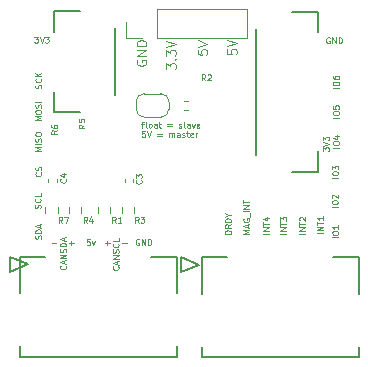
<source format=gbr>
%TF.GenerationSoftware,KiCad,Pcbnew,8.0.6-8.0.6-0~ubuntu22.04.1*%
%TF.CreationDate,2024-12-18T19:27:05+01:00*%
%TF.ProjectId,Xplore ERC IMU HAT,58706c6f-7265-4204-9552-4320494d5520,rev?*%
%TF.SameCoordinates,Original*%
%TF.FileFunction,Legend,Top*%
%TF.FilePolarity,Positive*%
%FSLAX46Y46*%
G04 Gerber Fmt 4.6, Leading zero omitted, Abs format (unit mm)*
G04 Created by KiCad (PCBNEW 8.0.6-8.0.6-0~ubuntu22.04.1) date 2024-12-18 19:27:05*
%MOMM*%
%LPD*%
G01*
G04 APERTURE LIST*
%ADD10C,0.100000*%
%ADD11C,0.120000*%
%ADD12C,0.152400*%
%ADD13C,0.127000*%
G04 APERTURE END LIST*
D10*
X141713408Y-73545304D02*
X141903884Y-73545304D01*
X141784836Y-73878637D02*
X141784836Y-73450066D01*
X141784836Y-73450066D02*
X141808646Y-73402447D01*
X141808646Y-73402447D02*
X141856265Y-73378637D01*
X141856265Y-73378637D02*
X141903884Y-73378637D01*
X142141979Y-73878637D02*
X142094360Y-73854828D01*
X142094360Y-73854828D02*
X142070550Y-73807208D01*
X142070550Y-73807208D02*
X142070550Y-73378637D01*
X142403884Y-73878637D02*
X142356265Y-73854828D01*
X142356265Y-73854828D02*
X142332455Y-73831018D01*
X142332455Y-73831018D02*
X142308646Y-73783399D01*
X142308646Y-73783399D02*
X142308646Y-73640542D01*
X142308646Y-73640542D02*
X142332455Y-73592923D01*
X142332455Y-73592923D02*
X142356265Y-73569113D01*
X142356265Y-73569113D02*
X142403884Y-73545304D01*
X142403884Y-73545304D02*
X142475312Y-73545304D01*
X142475312Y-73545304D02*
X142522931Y-73569113D01*
X142522931Y-73569113D02*
X142546741Y-73592923D01*
X142546741Y-73592923D02*
X142570550Y-73640542D01*
X142570550Y-73640542D02*
X142570550Y-73783399D01*
X142570550Y-73783399D02*
X142546741Y-73831018D01*
X142546741Y-73831018D02*
X142522931Y-73854828D01*
X142522931Y-73854828D02*
X142475312Y-73878637D01*
X142475312Y-73878637D02*
X142403884Y-73878637D01*
X142999122Y-73878637D02*
X142999122Y-73616732D01*
X142999122Y-73616732D02*
X142975312Y-73569113D01*
X142975312Y-73569113D02*
X142927693Y-73545304D01*
X142927693Y-73545304D02*
X142832455Y-73545304D01*
X142832455Y-73545304D02*
X142784836Y-73569113D01*
X142999122Y-73854828D02*
X142951503Y-73878637D01*
X142951503Y-73878637D02*
X142832455Y-73878637D01*
X142832455Y-73878637D02*
X142784836Y-73854828D01*
X142784836Y-73854828D02*
X142761027Y-73807208D01*
X142761027Y-73807208D02*
X142761027Y-73759589D01*
X142761027Y-73759589D02*
X142784836Y-73711970D01*
X142784836Y-73711970D02*
X142832455Y-73688161D01*
X142832455Y-73688161D02*
X142951503Y-73688161D01*
X142951503Y-73688161D02*
X142999122Y-73664351D01*
X143165789Y-73545304D02*
X143356265Y-73545304D01*
X143237217Y-73378637D02*
X143237217Y-73807208D01*
X143237217Y-73807208D02*
X143261027Y-73854828D01*
X143261027Y-73854828D02*
X143308646Y-73878637D01*
X143308646Y-73878637D02*
X143356265Y-73878637D01*
X143903883Y-73616732D02*
X144284836Y-73616732D01*
X144284836Y-73759589D02*
X143903883Y-73759589D01*
X144880074Y-73854828D02*
X144927693Y-73878637D01*
X144927693Y-73878637D02*
X145022931Y-73878637D01*
X145022931Y-73878637D02*
X145070550Y-73854828D01*
X145070550Y-73854828D02*
X145094359Y-73807208D01*
X145094359Y-73807208D02*
X145094359Y-73783399D01*
X145094359Y-73783399D02*
X145070550Y-73735780D01*
X145070550Y-73735780D02*
X145022931Y-73711970D01*
X145022931Y-73711970D02*
X144951502Y-73711970D01*
X144951502Y-73711970D02*
X144903883Y-73688161D01*
X144903883Y-73688161D02*
X144880074Y-73640542D01*
X144880074Y-73640542D02*
X144880074Y-73616732D01*
X144880074Y-73616732D02*
X144903883Y-73569113D01*
X144903883Y-73569113D02*
X144951502Y-73545304D01*
X144951502Y-73545304D02*
X145022931Y-73545304D01*
X145022931Y-73545304D02*
X145070550Y-73569113D01*
X145380074Y-73878637D02*
X145332455Y-73854828D01*
X145332455Y-73854828D02*
X145308645Y-73807208D01*
X145308645Y-73807208D02*
X145308645Y-73378637D01*
X145784836Y-73878637D02*
X145784836Y-73616732D01*
X145784836Y-73616732D02*
X145761026Y-73569113D01*
X145761026Y-73569113D02*
X145713407Y-73545304D01*
X145713407Y-73545304D02*
X145618169Y-73545304D01*
X145618169Y-73545304D02*
X145570550Y-73569113D01*
X145784836Y-73854828D02*
X145737217Y-73878637D01*
X145737217Y-73878637D02*
X145618169Y-73878637D01*
X145618169Y-73878637D02*
X145570550Y-73854828D01*
X145570550Y-73854828D02*
X145546741Y-73807208D01*
X145546741Y-73807208D02*
X145546741Y-73759589D01*
X145546741Y-73759589D02*
X145570550Y-73711970D01*
X145570550Y-73711970D02*
X145618169Y-73688161D01*
X145618169Y-73688161D02*
X145737217Y-73688161D01*
X145737217Y-73688161D02*
X145784836Y-73664351D01*
X145975312Y-73545304D02*
X146094360Y-73878637D01*
X146094360Y-73878637D02*
X146213407Y-73545304D01*
X146594359Y-73854828D02*
X146546740Y-73878637D01*
X146546740Y-73878637D02*
X146451502Y-73878637D01*
X146451502Y-73878637D02*
X146403883Y-73854828D01*
X146403883Y-73854828D02*
X146380074Y-73807208D01*
X146380074Y-73807208D02*
X146380074Y-73616732D01*
X146380074Y-73616732D02*
X146403883Y-73569113D01*
X146403883Y-73569113D02*
X146451502Y-73545304D01*
X146451502Y-73545304D02*
X146546740Y-73545304D01*
X146546740Y-73545304D02*
X146594359Y-73569113D01*
X146594359Y-73569113D02*
X146618169Y-73616732D01*
X146618169Y-73616732D02*
X146618169Y-73664351D01*
X146618169Y-73664351D02*
X146380074Y-73711970D01*
X142022931Y-74183609D02*
X141784836Y-74183609D01*
X141784836Y-74183609D02*
X141761027Y-74421704D01*
X141761027Y-74421704D02*
X141784836Y-74397895D01*
X141784836Y-74397895D02*
X141832455Y-74374085D01*
X141832455Y-74374085D02*
X141951503Y-74374085D01*
X141951503Y-74374085D02*
X141999122Y-74397895D01*
X141999122Y-74397895D02*
X142022931Y-74421704D01*
X142022931Y-74421704D02*
X142046741Y-74469323D01*
X142046741Y-74469323D02*
X142046741Y-74588371D01*
X142046741Y-74588371D02*
X142022931Y-74635990D01*
X142022931Y-74635990D02*
X141999122Y-74659800D01*
X141999122Y-74659800D02*
X141951503Y-74683609D01*
X141951503Y-74683609D02*
X141832455Y-74683609D01*
X141832455Y-74683609D02*
X141784836Y-74659800D01*
X141784836Y-74659800D02*
X141761027Y-74635990D01*
X142189598Y-74183609D02*
X142356264Y-74683609D01*
X142356264Y-74683609D02*
X142522931Y-74183609D01*
X143070549Y-74421704D02*
X143451502Y-74421704D01*
X143451502Y-74564561D02*
X143070549Y-74564561D01*
X144070549Y-74683609D02*
X144070549Y-74350276D01*
X144070549Y-74397895D02*
X144094359Y-74374085D01*
X144094359Y-74374085D02*
X144141978Y-74350276D01*
X144141978Y-74350276D02*
X144213406Y-74350276D01*
X144213406Y-74350276D02*
X144261025Y-74374085D01*
X144261025Y-74374085D02*
X144284835Y-74421704D01*
X144284835Y-74421704D02*
X144284835Y-74683609D01*
X144284835Y-74421704D02*
X144308644Y-74374085D01*
X144308644Y-74374085D02*
X144356263Y-74350276D01*
X144356263Y-74350276D02*
X144427692Y-74350276D01*
X144427692Y-74350276D02*
X144475311Y-74374085D01*
X144475311Y-74374085D02*
X144499121Y-74421704D01*
X144499121Y-74421704D02*
X144499121Y-74683609D01*
X144951502Y-74683609D02*
X144951502Y-74421704D01*
X144951502Y-74421704D02*
X144927692Y-74374085D01*
X144927692Y-74374085D02*
X144880073Y-74350276D01*
X144880073Y-74350276D02*
X144784835Y-74350276D01*
X144784835Y-74350276D02*
X144737216Y-74374085D01*
X144951502Y-74659800D02*
X144903883Y-74683609D01*
X144903883Y-74683609D02*
X144784835Y-74683609D01*
X144784835Y-74683609D02*
X144737216Y-74659800D01*
X144737216Y-74659800D02*
X144713407Y-74612180D01*
X144713407Y-74612180D02*
X144713407Y-74564561D01*
X144713407Y-74564561D02*
X144737216Y-74516942D01*
X144737216Y-74516942D02*
X144784835Y-74493133D01*
X144784835Y-74493133D02*
X144903883Y-74493133D01*
X144903883Y-74493133D02*
X144951502Y-74469323D01*
X145165788Y-74659800D02*
X145213407Y-74683609D01*
X145213407Y-74683609D02*
X145308645Y-74683609D01*
X145308645Y-74683609D02*
X145356264Y-74659800D01*
X145356264Y-74659800D02*
X145380073Y-74612180D01*
X145380073Y-74612180D02*
X145380073Y-74588371D01*
X145380073Y-74588371D02*
X145356264Y-74540752D01*
X145356264Y-74540752D02*
X145308645Y-74516942D01*
X145308645Y-74516942D02*
X145237216Y-74516942D01*
X145237216Y-74516942D02*
X145189597Y-74493133D01*
X145189597Y-74493133D02*
X145165788Y-74445514D01*
X145165788Y-74445514D02*
X145165788Y-74421704D01*
X145165788Y-74421704D02*
X145189597Y-74374085D01*
X145189597Y-74374085D02*
X145237216Y-74350276D01*
X145237216Y-74350276D02*
X145308645Y-74350276D01*
X145308645Y-74350276D02*
X145356264Y-74374085D01*
X145522931Y-74350276D02*
X145713407Y-74350276D01*
X145594359Y-74183609D02*
X145594359Y-74612180D01*
X145594359Y-74612180D02*
X145618169Y-74659800D01*
X145618169Y-74659800D02*
X145665788Y-74683609D01*
X145665788Y-74683609D02*
X145713407Y-74683609D01*
X146070549Y-74659800D02*
X146022930Y-74683609D01*
X146022930Y-74683609D02*
X145927692Y-74683609D01*
X145927692Y-74683609D02*
X145880073Y-74659800D01*
X145880073Y-74659800D02*
X145856264Y-74612180D01*
X145856264Y-74612180D02*
X145856264Y-74421704D01*
X145856264Y-74421704D02*
X145880073Y-74374085D01*
X145880073Y-74374085D02*
X145927692Y-74350276D01*
X145927692Y-74350276D02*
X146022930Y-74350276D01*
X146022930Y-74350276D02*
X146070549Y-74374085D01*
X146070549Y-74374085D02*
X146094359Y-74421704D01*
X146094359Y-74421704D02*
X146094359Y-74469323D01*
X146094359Y-74469323D02*
X145856264Y-74516942D01*
X146308644Y-74683609D02*
X146308644Y-74350276D01*
X146308644Y-74445514D02*
X146332454Y-74397895D01*
X146332454Y-74397895D02*
X146356263Y-74374085D01*
X146356263Y-74374085D02*
X146403882Y-74350276D01*
X146403882Y-74350276D02*
X146451501Y-74350276D01*
X134583609Y-74129449D02*
X134345514Y-74296115D01*
X134583609Y-74415163D02*
X134083609Y-74415163D01*
X134083609Y-74415163D02*
X134083609Y-74224687D01*
X134083609Y-74224687D02*
X134107419Y-74177068D01*
X134107419Y-74177068D02*
X134131228Y-74153258D01*
X134131228Y-74153258D02*
X134178847Y-74129449D01*
X134178847Y-74129449D02*
X134250276Y-74129449D01*
X134250276Y-74129449D02*
X134297895Y-74153258D01*
X134297895Y-74153258D02*
X134321704Y-74177068D01*
X134321704Y-74177068D02*
X134345514Y-74224687D01*
X134345514Y-74224687D02*
X134345514Y-74415163D01*
X134083609Y-73700877D02*
X134083609Y-73796115D01*
X134083609Y-73796115D02*
X134107419Y-73843734D01*
X134107419Y-73843734D02*
X134131228Y-73867544D01*
X134131228Y-73867544D02*
X134202657Y-73915163D01*
X134202657Y-73915163D02*
X134297895Y-73938972D01*
X134297895Y-73938972D02*
X134488371Y-73938972D01*
X134488371Y-73938972D02*
X134535990Y-73915163D01*
X134535990Y-73915163D02*
X134559800Y-73891353D01*
X134559800Y-73891353D02*
X134583609Y-73843734D01*
X134583609Y-73843734D02*
X134583609Y-73748496D01*
X134583609Y-73748496D02*
X134559800Y-73700877D01*
X134559800Y-73700877D02*
X134535990Y-73677068D01*
X134535990Y-73677068D02*
X134488371Y-73653258D01*
X134488371Y-73653258D02*
X134369323Y-73653258D01*
X134369323Y-73653258D02*
X134321704Y-73677068D01*
X134321704Y-73677068D02*
X134297895Y-73700877D01*
X134297895Y-73700877D02*
X134274085Y-73748496D01*
X134274085Y-73748496D02*
X134274085Y-73843734D01*
X134274085Y-73843734D02*
X134297895Y-73891353D01*
X134297895Y-73891353D02*
X134321704Y-73915163D01*
X134321704Y-73915163D02*
X134369323Y-73938972D01*
X155583609Y-82865163D02*
X155083609Y-82865163D01*
X155583609Y-82627068D02*
X155083609Y-82627068D01*
X155083609Y-82627068D02*
X155583609Y-82341354D01*
X155583609Y-82341354D02*
X155083609Y-82341354D01*
X155083609Y-82174686D02*
X155083609Y-81888972D01*
X155583609Y-82031829D02*
X155083609Y-82031829D01*
X155131228Y-81746115D02*
X155107419Y-81722306D01*
X155107419Y-81722306D02*
X155083609Y-81674687D01*
X155083609Y-81674687D02*
X155083609Y-81555639D01*
X155083609Y-81555639D02*
X155107419Y-81508020D01*
X155107419Y-81508020D02*
X155131228Y-81484211D01*
X155131228Y-81484211D02*
X155178847Y-81460401D01*
X155178847Y-81460401D02*
X155226466Y-81460401D01*
X155226466Y-81460401D02*
X155297895Y-81484211D01*
X155297895Y-81484211D02*
X155583609Y-81769925D01*
X155583609Y-81769925D02*
X155583609Y-81460401D01*
X139520550Y-81933609D02*
X139353884Y-81695514D01*
X139234836Y-81933609D02*
X139234836Y-81433609D01*
X139234836Y-81433609D02*
X139425312Y-81433609D01*
X139425312Y-81433609D02*
X139472931Y-81457419D01*
X139472931Y-81457419D02*
X139496741Y-81481228D01*
X139496741Y-81481228D02*
X139520550Y-81528847D01*
X139520550Y-81528847D02*
X139520550Y-81600276D01*
X139520550Y-81600276D02*
X139496741Y-81647895D01*
X139496741Y-81647895D02*
X139472931Y-81671704D01*
X139472931Y-81671704D02*
X139425312Y-81695514D01*
X139425312Y-81695514D02*
X139234836Y-81695514D01*
X139996741Y-81933609D02*
X139711027Y-81933609D01*
X139853884Y-81933609D02*
X139853884Y-81433609D01*
X139853884Y-81433609D02*
X139806265Y-81505038D01*
X139806265Y-81505038D02*
X139758646Y-81552657D01*
X139758646Y-81552657D02*
X139711027Y-81576466D01*
X152533609Y-82865163D02*
X152033609Y-82865163D01*
X152533609Y-82627068D02*
X152033609Y-82627068D01*
X152033609Y-82627068D02*
X152533609Y-82341354D01*
X152533609Y-82341354D02*
X152033609Y-82341354D01*
X152033609Y-82174686D02*
X152033609Y-81888972D01*
X152533609Y-82031829D02*
X152033609Y-82031829D01*
X152200276Y-81508020D02*
X152533609Y-81508020D01*
X152009800Y-81627068D02*
X152366942Y-81746115D01*
X152366942Y-81746115D02*
X152366942Y-81436592D01*
X141685990Y-78329449D02*
X141709800Y-78353258D01*
X141709800Y-78353258D02*
X141733609Y-78424687D01*
X141733609Y-78424687D02*
X141733609Y-78472306D01*
X141733609Y-78472306D02*
X141709800Y-78543734D01*
X141709800Y-78543734D02*
X141662180Y-78591353D01*
X141662180Y-78591353D02*
X141614561Y-78615163D01*
X141614561Y-78615163D02*
X141519323Y-78638972D01*
X141519323Y-78638972D02*
X141447895Y-78638972D01*
X141447895Y-78638972D02*
X141352657Y-78615163D01*
X141352657Y-78615163D02*
X141305038Y-78591353D01*
X141305038Y-78591353D02*
X141257419Y-78543734D01*
X141257419Y-78543734D02*
X141233609Y-78472306D01*
X141233609Y-78472306D02*
X141233609Y-78424687D01*
X141233609Y-78424687D02*
X141257419Y-78353258D01*
X141257419Y-78353258D02*
X141281228Y-78329449D01*
X141233609Y-78162782D02*
X141233609Y-77853258D01*
X141233609Y-77853258D02*
X141424085Y-78019925D01*
X141424085Y-78019925D02*
X141424085Y-77948496D01*
X141424085Y-77948496D02*
X141447895Y-77900877D01*
X141447895Y-77900877D02*
X141471704Y-77877068D01*
X141471704Y-77877068D02*
X141519323Y-77853258D01*
X141519323Y-77853258D02*
X141638371Y-77853258D01*
X141638371Y-77853258D02*
X141685990Y-77877068D01*
X141685990Y-77877068D02*
X141709800Y-77900877D01*
X141709800Y-77900877D02*
X141733609Y-77948496D01*
X141733609Y-77948496D02*
X141733609Y-78091353D01*
X141733609Y-78091353D02*
X141709800Y-78138972D01*
X141709800Y-78138972D02*
X141685990Y-78162782D01*
X150833609Y-82865163D02*
X150333609Y-82865163D01*
X150333609Y-82865163D02*
X150690752Y-82698496D01*
X150690752Y-82698496D02*
X150333609Y-82531830D01*
X150333609Y-82531830D02*
X150833609Y-82531830D01*
X150690752Y-82317543D02*
X150690752Y-82079448D01*
X150833609Y-82365162D02*
X150333609Y-82198496D01*
X150333609Y-82198496D02*
X150833609Y-82031829D01*
X150357419Y-81603258D02*
X150333609Y-81650877D01*
X150333609Y-81650877D02*
X150333609Y-81722306D01*
X150333609Y-81722306D02*
X150357419Y-81793734D01*
X150357419Y-81793734D02*
X150405038Y-81841353D01*
X150405038Y-81841353D02*
X150452657Y-81865163D01*
X150452657Y-81865163D02*
X150547895Y-81888972D01*
X150547895Y-81888972D02*
X150619323Y-81888972D01*
X150619323Y-81888972D02*
X150714561Y-81865163D01*
X150714561Y-81865163D02*
X150762180Y-81841353D01*
X150762180Y-81841353D02*
X150809800Y-81793734D01*
X150809800Y-81793734D02*
X150833609Y-81722306D01*
X150833609Y-81722306D02*
X150833609Y-81674687D01*
X150833609Y-81674687D02*
X150809800Y-81603258D01*
X150809800Y-81603258D02*
X150785990Y-81579449D01*
X150785990Y-81579449D02*
X150619323Y-81579449D01*
X150619323Y-81579449D02*
X150619323Y-81674687D01*
X150881228Y-81484211D02*
X150881228Y-81103258D01*
X150833609Y-80984211D02*
X150333609Y-80984211D01*
X150833609Y-80746116D02*
X150333609Y-80746116D01*
X150333609Y-80746116D02*
X150833609Y-80460402D01*
X150833609Y-80460402D02*
X150333609Y-80460402D01*
X150333609Y-80293734D02*
X150333609Y-80008020D01*
X150833609Y-80150877D02*
X150333609Y-80150877D01*
X135965163Y-83656866D02*
X135584211Y-83656866D01*
X135774687Y-83466390D02*
X135774687Y-83847342D01*
X153983609Y-82865163D02*
X153483609Y-82865163D01*
X153983609Y-82627068D02*
X153483609Y-82627068D01*
X153483609Y-82627068D02*
X153983609Y-82341354D01*
X153983609Y-82341354D02*
X153483609Y-82341354D01*
X153483609Y-82174686D02*
X153483609Y-81888972D01*
X153983609Y-82031829D02*
X153483609Y-82031829D01*
X153483609Y-81769925D02*
X153483609Y-81460401D01*
X153483609Y-81460401D02*
X153674085Y-81627068D01*
X153674085Y-81627068D02*
X153674085Y-81555639D01*
X153674085Y-81555639D02*
X153697895Y-81508020D01*
X153697895Y-81508020D02*
X153721704Y-81484211D01*
X153721704Y-81484211D02*
X153769323Y-81460401D01*
X153769323Y-81460401D02*
X153888371Y-81460401D01*
X153888371Y-81460401D02*
X153935990Y-81484211D01*
X153935990Y-81484211D02*
X153959800Y-81508020D01*
X153959800Y-81508020D02*
X153983609Y-81555639D01*
X153983609Y-81555639D02*
X153983609Y-81698496D01*
X153983609Y-81698496D02*
X153959800Y-81746115D01*
X153959800Y-81746115D02*
X153935990Y-81769925D01*
X135020550Y-81933609D02*
X134853884Y-81695514D01*
X134734836Y-81933609D02*
X134734836Y-81433609D01*
X134734836Y-81433609D02*
X134925312Y-81433609D01*
X134925312Y-81433609D02*
X134972931Y-81457419D01*
X134972931Y-81457419D02*
X134996741Y-81481228D01*
X134996741Y-81481228D02*
X135020550Y-81528847D01*
X135020550Y-81528847D02*
X135020550Y-81600276D01*
X135020550Y-81600276D02*
X134996741Y-81647895D01*
X134996741Y-81647895D02*
X134972931Y-81671704D01*
X134972931Y-81671704D02*
X134925312Y-81695514D01*
X134925312Y-81695514D02*
X134734836Y-81695514D01*
X135187217Y-81433609D02*
X135520550Y-81433609D01*
X135520550Y-81433609D02*
X135306265Y-81933609D01*
X136883609Y-73629449D02*
X136645514Y-73796115D01*
X136883609Y-73915163D02*
X136383609Y-73915163D01*
X136383609Y-73915163D02*
X136383609Y-73724687D01*
X136383609Y-73724687D02*
X136407419Y-73677068D01*
X136407419Y-73677068D02*
X136431228Y-73653258D01*
X136431228Y-73653258D02*
X136478847Y-73629449D01*
X136478847Y-73629449D02*
X136550276Y-73629449D01*
X136550276Y-73629449D02*
X136597895Y-73653258D01*
X136597895Y-73653258D02*
X136621704Y-73677068D01*
X136621704Y-73677068D02*
X136645514Y-73724687D01*
X136645514Y-73724687D02*
X136645514Y-73915163D01*
X136383609Y-73177068D02*
X136383609Y-73415163D01*
X136383609Y-73415163D02*
X136621704Y-73438972D01*
X136621704Y-73438972D02*
X136597895Y-73415163D01*
X136597895Y-73415163D02*
X136574085Y-73367544D01*
X136574085Y-73367544D02*
X136574085Y-73248496D01*
X136574085Y-73248496D02*
X136597895Y-73200877D01*
X136597895Y-73200877D02*
X136621704Y-73177068D01*
X136621704Y-73177068D02*
X136669323Y-73153258D01*
X136669323Y-73153258D02*
X136788371Y-73153258D01*
X136788371Y-73153258D02*
X136835990Y-73177068D01*
X136835990Y-73177068D02*
X136859800Y-73200877D01*
X136859800Y-73200877D02*
X136883609Y-73248496D01*
X136883609Y-73248496D02*
X136883609Y-73367544D01*
X136883609Y-73367544D02*
X136859800Y-73415163D01*
X136859800Y-73415163D02*
X136835990Y-73438972D01*
X132637217Y-66183609D02*
X132946741Y-66183609D01*
X132946741Y-66183609D02*
X132780074Y-66374085D01*
X132780074Y-66374085D02*
X132851503Y-66374085D01*
X132851503Y-66374085D02*
X132899122Y-66397895D01*
X132899122Y-66397895D02*
X132922931Y-66421704D01*
X132922931Y-66421704D02*
X132946741Y-66469323D01*
X132946741Y-66469323D02*
X132946741Y-66588371D01*
X132946741Y-66588371D02*
X132922931Y-66635990D01*
X132922931Y-66635990D02*
X132899122Y-66659800D01*
X132899122Y-66659800D02*
X132851503Y-66683609D01*
X132851503Y-66683609D02*
X132708646Y-66683609D01*
X132708646Y-66683609D02*
X132661027Y-66659800D01*
X132661027Y-66659800D02*
X132637217Y-66635990D01*
X133089598Y-66183609D02*
X133256264Y-66683609D01*
X133256264Y-66683609D02*
X133422931Y-66183609D01*
X133541978Y-66183609D02*
X133851502Y-66183609D01*
X133851502Y-66183609D02*
X133684835Y-66374085D01*
X133684835Y-66374085D02*
X133756264Y-66374085D01*
X133756264Y-66374085D02*
X133803883Y-66397895D01*
X133803883Y-66397895D02*
X133827692Y-66421704D01*
X133827692Y-66421704D02*
X133851502Y-66469323D01*
X133851502Y-66469323D02*
X133851502Y-66588371D01*
X133851502Y-66588371D02*
X133827692Y-66635990D01*
X133827692Y-66635990D02*
X133803883Y-66659800D01*
X133803883Y-66659800D02*
X133756264Y-66683609D01*
X133756264Y-66683609D02*
X133613407Y-66683609D01*
X133613407Y-66683609D02*
X133565788Y-66659800D01*
X133565788Y-66659800D02*
X133541978Y-66635990D01*
X135285990Y-85579449D02*
X135309800Y-85603258D01*
X135309800Y-85603258D02*
X135333609Y-85674687D01*
X135333609Y-85674687D02*
X135333609Y-85722306D01*
X135333609Y-85722306D02*
X135309800Y-85793734D01*
X135309800Y-85793734D02*
X135262180Y-85841353D01*
X135262180Y-85841353D02*
X135214561Y-85865163D01*
X135214561Y-85865163D02*
X135119323Y-85888972D01*
X135119323Y-85888972D02*
X135047895Y-85888972D01*
X135047895Y-85888972D02*
X134952657Y-85865163D01*
X134952657Y-85865163D02*
X134905038Y-85841353D01*
X134905038Y-85841353D02*
X134857419Y-85793734D01*
X134857419Y-85793734D02*
X134833609Y-85722306D01*
X134833609Y-85722306D02*
X134833609Y-85674687D01*
X134833609Y-85674687D02*
X134857419Y-85603258D01*
X134857419Y-85603258D02*
X134881228Y-85579449D01*
X135190752Y-85388972D02*
X135190752Y-85150877D01*
X135333609Y-85436591D02*
X134833609Y-85269925D01*
X134833609Y-85269925D02*
X135333609Y-85103258D01*
X135333609Y-84936592D02*
X134833609Y-84936592D01*
X134833609Y-84936592D02*
X135333609Y-84650878D01*
X135333609Y-84650878D02*
X134833609Y-84650878D01*
X135309800Y-84436591D02*
X135333609Y-84365163D01*
X135333609Y-84365163D02*
X135333609Y-84246115D01*
X135333609Y-84246115D02*
X135309800Y-84198496D01*
X135309800Y-84198496D02*
X135285990Y-84174687D01*
X135285990Y-84174687D02*
X135238371Y-84150877D01*
X135238371Y-84150877D02*
X135190752Y-84150877D01*
X135190752Y-84150877D02*
X135143133Y-84174687D01*
X135143133Y-84174687D02*
X135119323Y-84198496D01*
X135119323Y-84198496D02*
X135095514Y-84246115D01*
X135095514Y-84246115D02*
X135071704Y-84341353D01*
X135071704Y-84341353D02*
X135047895Y-84388972D01*
X135047895Y-84388972D02*
X135024085Y-84412782D01*
X135024085Y-84412782D02*
X134976466Y-84436591D01*
X134976466Y-84436591D02*
X134928847Y-84436591D01*
X134928847Y-84436591D02*
X134881228Y-84412782D01*
X134881228Y-84412782D02*
X134857419Y-84388972D01*
X134857419Y-84388972D02*
X134833609Y-84341353D01*
X134833609Y-84341353D02*
X134833609Y-84222306D01*
X134833609Y-84222306D02*
X134857419Y-84150877D01*
X135333609Y-83936592D02*
X134833609Y-83936592D01*
X134833609Y-83936592D02*
X134833609Y-83817544D01*
X134833609Y-83817544D02*
X134857419Y-83746116D01*
X134857419Y-83746116D02*
X134905038Y-83698497D01*
X134905038Y-83698497D02*
X134952657Y-83674687D01*
X134952657Y-83674687D02*
X135047895Y-83650878D01*
X135047895Y-83650878D02*
X135119323Y-83650878D01*
X135119323Y-83650878D02*
X135214561Y-83674687D01*
X135214561Y-83674687D02*
X135262180Y-83698497D01*
X135262180Y-83698497D02*
X135309800Y-83746116D01*
X135309800Y-83746116D02*
X135333609Y-83817544D01*
X135333609Y-83817544D02*
X135333609Y-83936592D01*
X135190752Y-83460401D02*
X135190752Y-83222306D01*
X135333609Y-83508020D02*
X134833609Y-83341354D01*
X134833609Y-83341354D02*
X135333609Y-83174687D01*
X157640820Y-66259731D02*
X157593201Y-66235921D01*
X157593201Y-66235921D02*
X157521772Y-66235921D01*
X157521772Y-66235921D02*
X157450344Y-66259731D01*
X157450344Y-66259731D02*
X157402725Y-66307350D01*
X157402725Y-66307350D02*
X157378915Y-66354969D01*
X157378915Y-66354969D02*
X157355106Y-66450207D01*
X157355106Y-66450207D02*
X157355106Y-66521635D01*
X157355106Y-66521635D02*
X157378915Y-66616873D01*
X157378915Y-66616873D02*
X157402725Y-66664492D01*
X157402725Y-66664492D02*
X157450344Y-66712112D01*
X157450344Y-66712112D02*
X157521772Y-66735921D01*
X157521772Y-66735921D02*
X157569391Y-66735921D01*
X157569391Y-66735921D02*
X157640820Y-66712112D01*
X157640820Y-66712112D02*
X157664629Y-66688302D01*
X157664629Y-66688302D02*
X157664629Y-66521635D01*
X157664629Y-66521635D02*
X157569391Y-66521635D01*
X157878915Y-66735921D02*
X157878915Y-66235921D01*
X157878915Y-66235921D02*
X158164629Y-66735921D01*
X158164629Y-66735921D02*
X158164629Y-66235921D01*
X158402725Y-66735921D02*
X158402725Y-66235921D01*
X158402725Y-66235921D02*
X158521773Y-66235921D01*
X158521773Y-66235921D02*
X158593201Y-66259731D01*
X158593201Y-66259731D02*
X158640820Y-66307350D01*
X158640820Y-66307350D02*
X158664630Y-66354969D01*
X158664630Y-66354969D02*
X158688439Y-66450207D01*
X158688439Y-66450207D02*
X158688439Y-66521635D01*
X158688439Y-66521635D02*
X158664630Y-66616873D01*
X158664630Y-66616873D02*
X158640820Y-66664492D01*
X158640820Y-66664492D02*
X158593201Y-66712112D01*
X158593201Y-66712112D02*
X158521773Y-66735921D01*
X158521773Y-66735921D02*
X158402725Y-66735921D01*
X141496741Y-83357419D02*
X141449122Y-83333609D01*
X141449122Y-83333609D02*
X141377693Y-83333609D01*
X141377693Y-83333609D02*
X141306265Y-83357419D01*
X141306265Y-83357419D02*
X141258646Y-83405038D01*
X141258646Y-83405038D02*
X141234836Y-83452657D01*
X141234836Y-83452657D02*
X141211027Y-83547895D01*
X141211027Y-83547895D02*
X141211027Y-83619323D01*
X141211027Y-83619323D02*
X141234836Y-83714561D01*
X141234836Y-83714561D02*
X141258646Y-83762180D01*
X141258646Y-83762180D02*
X141306265Y-83809800D01*
X141306265Y-83809800D02*
X141377693Y-83833609D01*
X141377693Y-83833609D02*
X141425312Y-83833609D01*
X141425312Y-83833609D02*
X141496741Y-83809800D01*
X141496741Y-83809800D02*
X141520550Y-83785990D01*
X141520550Y-83785990D02*
X141520550Y-83619323D01*
X141520550Y-83619323D02*
X141425312Y-83619323D01*
X141734836Y-83833609D02*
X141734836Y-83333609D01*
X141734836Y-83333609D02*
X142020550Y-83833609D01*
X142020550Y-83833609D02*
X142020550Y-83333609D01*
X142258646Y-83833609D02*
X142258646Y-83333609D01*
X142258646Y-83333609D02*
X142377694Y-83333609D01*
X142377694Y-83333609D02*
X142449122Y-83357419D01*
X142449122Y-83357419D02*
X142496741Y-83405038D01*
X142496741Y-83405038D02*
X142520551Y-83452657D01*
X142520551Y-83452657D02*
X142544360Y-83547895D01*
X142544360Y-83547895D02*
X142544360Y-83619323D01*
X142544360Y-83619323D02*
X142520551Y-83714561D01*
X142520551Y-83714561D02*
X142496741Y-83762180D01*
X142496741Y-83762180D02*
X142449122Y-83809800D01*
X142449122Y-83809800D02*
X142377694Y-83833609D01*
X142377694Y-83833609D02*
X142258646Y-83833609D01*
X138634836Y-83643133D02*
X139015789Y-83643133D01*
X138825312Y-83833609D02*
X138825312Y-83452657D01*
X157083609Y-75862782D02*
X157083609Y-75553258D01*
X157083609Y-75553258D02*
X157274085Y-75719925D01*
X157274085Y-75719925D02*
X157274085Y-75648496D01*
X157274085Y-75648496D02*
X157297895Y-75600877D01*
X157297895Y-75600877D02*
X157321704Y-75577068D01*
X157321704Y-75577068D02*
X157369323Y-75553258D01*
X157369323Y-75553258D02*
X157488371Y-75553258D01*
X157488371Y-75553258D02*
X157535990Y-75577068D01*
X157535990Y-75577068D02*
X157559800Y-75600877D01*
X157559800Y-75600877D02*
X157583609Y-75648496D01*
X157583609Y-75648496D02*
X157583609Y-75791353D01*
X157583609Y-75791353D02*
X157559800Y-75838972D01*
X157559800Y-75838972D02*
X157535990Y-75862782D01*
X157083609Y-75410401D02*
X157583609Y-75243735D01*
X157583609Y-75243735D02*
X157083609Y-75077068D01*
X157083609Y-74958021D02*
X157083609Y-74648497D01*
X157083609Y-74648497D02*
X157274085Y-74815164D01*
X157274085Y-74815164D02*
X157274085Y-74743735D01*
X157274085Y-74743735D02*
X157297895Y-74696116D01*
X157297895Y-74696116D02*
X157321704Y-74672307D01*
X157321704Y-74672307D02*
X157369323Y-74648497D01*
X157369323Y-74648497D02*
X157488371Y-74648497D01*
X157488371Y-74648497D02*
X157535990Y-74672307D01*
X157535990Y-74672307D02*
X157559800Y-74696116D01*
X157559800Y-74696116D02*
X157583609Y-74743735D01*
X157583609Y-74743735D02*
X157583609Y-74886592D01*
X157583609Y-74886592D02*
X157559800Y-74934211D01*
X157559800Y-74934211D02*
X157535990Y-74958021D01*
X141470550Y-81933609D02*
X141303884Y-81695514D01*
X141184836Y-81933609D02*
X141184836Y-81433609D01*
X141184836Y-81433609D02*
X141375312Y-81433609D01*
X141375312Y-81433609D02*
X141422931Y-81457419D01*
X141422931Y-81457419D02*
X141446741Y-81481228D01*
X141446741Y-81481228D02*
X141470550Y-81528847D01*
X141470550Y-81528847D02*
X141470550Y-81600276D01*
X141470550Y-81600276D02*
X141446741Y-81647895D01*
X141446741Y-81647895D02*
X141422931Y-81671704D01*
X141422931Y-81671704D02*
X141375312Y-81695514D01*
X141375312Y-81695514D02*
X141184836Y-81695514D01*
X141637217Y-81433609D02*
X141946741Y-81433609D01*
X141946741Y-81433609D02*
X141780074Y-81624085D01*
X141780074Y-81624085D02*
X141851503Y-81624085D01*
X141851503Y-81624085D02*
X141899122Y-81647895D01*
X141899122Y-81647895D02*
X141922931Y-81671704D01*
X141922931Y-81671704D02*
X141946741Y-81719323D01*
X141946741Y-81719323D02*
X141946741Y-81838371D01*
X141946741Y-81838371D02*
X141922931Y-81885990D01*
X141922931Y-81885990D02*
X141899122Y-81909800D01*
X141899122Y-81909800D02*
X141851503Y-81933609D01*
X141851503Y-81933609D02*
X141708646Y-81933609D01*
X141708646Y-81933609D02*
X141661027Y-81909800D01*
X141661027Y-81909800D02*
X141637217Y-81885990D01*
X134515163Y-83656866D02*
X134134211Y-83656866D01*
X157083609Y-82815163D02*
X156583609Y-82815163D01*
X157083609Y-82577068D02*
X156583609Y-82577068D01*
X156583609Y-82577068D02*
X157083609Y-82291354D01*
X157083609Y-82291354D02*
X156583609Y-82291354D01*
X156583609Y-82124686D02*
X156583609Y-81838972D01*
X157083609Y-81981829D02*
X156583609Y-81981829D01*
X157083609Y-81410401D02*
X157083609Y-81696115D01*
X157083609Y-81553258D02*
X156583609Y-81553258D01*
X156583609Y-81553258D02*
X156655038Y-81600877D01*
X156655038Y-81600877D02*
X156702657Y-81648496D01*
X156702657Y-81648496D02*
X156726466Y-81696115D01*
X147120550Y-69883609D02*
X146953884Y-69645514D01*
X146834836Y-69883609D02*
X146834836Y-69383609D01*
X146834836Y-69383609D02*
X147025312Y-69383609D01*
X147025312Y-69383609D02*
X147072931Y-69407419D01*
X147072931Y-69407419D02*
X147096741Y-69431228D01*
X147096741Y-69431228D02*
X147120550Y-69478847D01*
X147120550Y-69478847D02*
X147120550Y-69550276D01*
X147120550Y-69550276D02*
X147096741Y-69597895D01*
X147096741Y-69597895D02*
X147072931Y-69621704D01*
X147072931Y-69621704D02*
X147025312Y-69645514D01*
X147025312Y-69645514D02*
X146834836Y-69645514D01*
X147311027Y-69431228D02*
X147334836Y-69407419D01*
X147334836Y-69407419D02*
X147382455Y-69383609D01*
X147382455Y-69383609D02*
X147501503Y-69383609D01*
X147501503Y-69383609D02*
X147549122Y-69407419D01*
X147549122Y-69407419D02*
X147572931Y-69431228D01*
X147572931Y-69431228D02*
X147596741Y-69478847D01*
X147596741Y-69478847D02*
X147596741Y-69526466D01*
X147596741Y-69526466D02*
X147572931Y-69597895D01*
X147572931Y-69597895D02*
X147287217Y-69883609D01*
X147287217Y-69883609D02*
X147596741Y-69883609D01*
X140084836Y-83643133D02*
X140465789Y-83643133D01*
X139735990Y-85629449D02*
X139759800Y-85653258D01*
X139759800Y-85653258D02*
X139783609Y-85724687D01*
X139783609Y-85724687D02*
X139783609Y-85772306D01*
X139783609Y-85772306D02*
X139759800Y-85843734D01*
X139759800Y-85843734D02*
X139712180Y-85891353D01*
X139712180Y-85891353D02*
X139664561Y-85915163D01*
X139664561Y-85915163D02*
X139569323Y-85938972D01*
X139569323Y-85938972D02*
X139497895Y-85938972D01*
X139497895Y-85938972D02*
X139402657Y-85915163D01*
X139402657Y-85915163D02*
X139355038Y-85891353D01*
X139355038Y-85891353D02*
X139307419Y-85843734D01*
X139307419Y-85843734D02*
X139283609Y-85772306D01*
X139283609Y-85772306D02*
X139283609Y-85724687D01*
X139283609Y-85724687D02*
X139307419Y-85653258D01*
X139307419Y-85653258D02*
X139331228Y-85629449D01*
X139640752Y-85438972D02*
X139640752Y-85200877D01*
X139783609Y-85486591D02*
X139283609Y-85319925D01*
X139283609Y-85319925D02*
X139783609Y-85153258D01*
X139783609Y-84986592D02*
X139283609Y-84986592D01*
X139283609Y-84986592D02*
X139783609Y-84700878D01*
X139783609Y-84700878D02*
X139283609Y-84700878D01*
X139759800Y-84486591D02*
X139783609Y-84415163D01*
X139783609Y-84415163D02*
X139783609Y-84296115D01*
X139783609Y-84296115D02*
X139759800Y-84248496D01*
X139759800Y-84248496D02*
X139735990Y-84224687D01*
X139735990Y-84224687D02*
X139688371Y-84200877D01*
X139688371Y-84200877D02*
X139640752Y-84200877D01*
X139640752Y-84200877D02*
X139593133Y-84224687D01*
X139593133Y-84224687D02*
X139569323Y-84248496D01*
X139569323Y-84248496D02*
X139545514Y-84296115D01*
X139545514Y-84296115D02*
X139521704Y-84391353D01*
X139521704Y-84391353D02*
X139497895Y-84438972D01*
X139497895Y-84438972D02*
X139474085Y-84462782D01*
X139474085Y-84462782D02*
X139426466Y-84486591D01*
X139426466Y-84486591D02*
X139378847Y-84486591D01*
X139378847Y-84486591D02*
X139331228Y-84462782D01*
X139331228Y-84462782D02*
X139307419Y-84438972D01*
X139307419Y-84438972D02*
X139283609Y-84391353D01*
X139283609Y-84391353D02*
X139283609Y-84272306D01*
X139283609Y-84272306D02*
X139307419Y-84200877D01*
X139735990Y-83700878D02*
X139759800Y-83724687D01*
X139759800Y-83724687D02*
X139783609Y-83796116D01*
X139783609Y-83796116D02*
X139783609Y-83843735D01*
X139783609Y-83843735D02*
X139759800Y-83915163D01*
X139759800Y-83915163D02*
X139712180Y-83962782D01*
X139712180Y-83962782D02*
X139664561Y-83986592D01*
X139664561Y-83986592D02*
X139569323Y-84010401D01*
X139569323Y-84010401D02*
X139497895Y-84010401D01*
X139497895Y-84010401D02*
X139402657Y-83986592D01*
X139402657Y-83986592D02*
X139355038Y-83962782D01*
X139355038Y-83962782D02*
X139307419Y-83915163D01*
X139307419Y-83915163D02*
X139283609Y-83843735D01*
X139283609Y-83843735D02*
X139283609Y-83796116D01*
X139283609Y-83796116D02*
X139307419Y-83724687D01*
X139307419Y-83724687D02*
X139331228Y-83700878D01*
X139783609Y-83248497D02*
X139783609Y-83486592D01*
X139783609Y-83486592D02*
X139283609Y-83486592D01*
X137322931Y-83333609D02*
X137084836Y-83333609D01*
X137084836Y-83333609D02*
X137061027Y-83571704D01*
X137061027Y-83571704D02*
X137084836Y-83547895D01*
X137084836Y-83547895D02*
X137132455Y-83524085D01*
X137132455Y-83524085D02*
X137251503Y-83524085D01*
X137251503Y-83524085D02*
X137299122Y-83547895D01*
X137299122Y-83547895D02*
X137322931Y-83571704D01*
X137322931Y-83571704D02*
X137346741Y-83619323D01*
X137346741Y-83619323D02*
X137346741Y-83738371D01*
X137346741Y-83738371D02*
X137322931Y-83785990D01*
X137322931Y-83785990D02*
X137299122Y-83809800D01*
X137299122Y-83809800D02*
X137251503Y-83833609D01*
X137251503Y-83833609D02*
X137132455Y-83833609D01*
X137132455Y-83833609D02*
X137084836Y-83809800D01*
X137084836Y-83809800D02*
X137061027Y-83785990D01*
X137513407Y-83500276D02*
X137632455Y-83833609D01*
X137632455Y-83833609D02*
X137751502Y-83500276D01*
X137120550Y-81933609D02*
X136953884Y-81695514D01*
X136834836Y-81933609D02*
X136834836Y-81433609D01*
X136834836Y-81433609D02*
X137025312Y-81433609D01*
X137025312Y-81433609D02*
X137072931Y-81457419D01*
X137072931Y-81457419D02*
X137096741Y-81481228D01*
X137096741Y-81481228D02*
X137120550Y-81528847D01*
X137120550Y-81528847D02*
X137120550Y-81600276D01*
X137120550Y-81600276D02*
X137096741Y-81647895D01*
X137096741Y-81647895D02*
X137072931Y-81671704D01*
X137072931Y-81671704D02*
X137025312Y-81695514D01*
X137025312Y-81695514D02*
X136834836Y-81695514D01*
X137549122Y-81600276D02*
X137549122Y-81933609D01*
X137430074Y-81409800D02*
X137311027Y-81766942D01*
X137311027Y-81766942D02*
X137620550Y-81766942D01*
X135285990Y-78229449D02*
X135309800Y-78253258D01*
X135309800Y-78253258D02*
X135333609Y-78324687D01*
X135333609Y-78324687D02*
X135333609Y-78372306D01*
X135333609Y-78372306D02*
X135309800Y-78443734D01*
X135309800Y-78443734D02*
X135262180Y-78491353D01*
X135262180Y-78491353D02*
X135214561Y-78515163D01*
X135214561Y-78515163D02*
X135119323Y-78538972D01*
X135119323Y-78538972D02*
X135047895Y-78538972D01*
X135047895Y-78538972D02*
X134952657Y-78515163D01*
X134952657Y-78515163D02*
X134905038Y-78491353D01*
X134905038Y-78491353D02*
X134857419Y-78443734D01*
X134857419Y-78443734D02*
X134833609Y-78372306D01*
X134833609Y-78372306D02*
X134833609Y-78324687D01*
X134833609Y-78324687D02*
X134857419Y-78253258D01*
X134857419Y-78253258D02*
X134881228Y-78229449D01*
X135000276Y-77800877D02*
X135333609Y-77800877D01*
X134809800Y-77919925D02*
X135166942Y-78038972D01*
X135166942Y-78038972D02*
X135166942Y-77729449D01*
X149283609Y-82865163D02*
X148783609Y-82865163D01*
X148783609Y-82865163D02*
X148783609Y-82746115D01*
X148783609Y-82746115D02*
X148807419Y-82674687D01*
X148807419Y-82674687D02*
X148855038Y-82627068D01*
X148855038Y-82627068D02*
X148902657Y-82603258D01*
X148902657Y-82603258D02*
X148997895Y-82579449D01*
X148997895Y-82579449D02*
X149069323Y-82579449D01*
X149069323Y-82579449D02*
X149164561Y-82603258D01*
X149164561Y-82603258D02*
X149212180Y-82627068D01*
X149212180Y-82627068D02*
X149259800Y-82674687D01*
X149259800Y-82674687D02*
X149283609Y-82746115D01*
X149283609Y-82746115D02*
X149283609Y-82865163D01*
X149283609Y-82079449D02*
X149045514Y-82246115D01*
X149283609Y-82365163D02*
X148783609Y-82365163D01*
X148783609Y-82365163D02*
X148783609Y-82174687D01*
X148783609Y-82174687D02*
X148807419Y-82127068D01*
X148807419Y-82127068D02*
X148831228Y-82103258D01*
X148831228Y-82103258D02*
X148878847Y-82079449D01*
X148878847Y-82079449D02*
X148950276Y-82079449D01*
X148950276Y-82079449D02*
X148997895Y-82103258D01*
X148997895Y-82103258D02*
X149021704Y-82127068D01*
X149021704Y-82127068D02*
X149045514Y-82174687D01*
X149045514Y-82174687D02*
X149045514Y-82365163D01*
X149283609Y-81865163D02*
X148783609Y-81865163D01*
X148783609Y-81865163D02*
X148783609Y-81746115D01*
X148783609Y-81746115D02*
X148807419Y-81674687D01*
X148807419Y-81674687D02*
X148855038Y-81627068D01*
X148855038Y-81627068D02*
X148902657Y-81603258D01*
X148902657Y-81603258D02*
X148997895Y-81579449D01*
X148997895Y-81579449D02*
X149069323Y-81579449D01*
X149069323Y-81579449D02*
X149164561Y-81603258D01*
X149164561Y-81603258D02*
X149212180Y-81627068D01*
X149212180Y-81627068D02*
X149259800Y-81674687D01*
X149259800Y-81674687D02*
X149283609Y-81746115D01*
X149283609Y-81746115D02*
X149283609Y-81865163D01*
X149045514Y-81269925D02*
X149283609Y-81269925D01*
X148783609Y-81436591D02*
X149045514Y-81269925D01*
X149045514Y-81269925D02*
X148783609Y-81103258D01*
X133152300Y-80688972D02*
X133176109Y-80617544D01*
X133176109Y-80617544D02*
X133176109Y-80498496D01*
X133176109Y-80498496D02*
X133152300Y-80450877D01*
X133152300Y-80450877D02*
X133128490Y-80427068D01*
X133128490Y-80427068D02*
X133080871Y-80403258D01*
X133080871Y-80403258D02*
X133033252Y-80403258D01*
X133033252Y-80403258D02*
X132985633Y-80427068D01*
X132985633Y-80427068D02*
X132961823Y-80450877D01*
X132961823Y-80450877D02*
X132938014Y-80498496D01*
X132938014Y-80498496D02*
X132914204Y-80593734D01*
X132914204Y-80593734D02*
X132890395Y-80641353D01*
X132890395Y-80641353D02*
X132866585Y-80665163D01*
X132866585Y-80665163D02*
X132818966Y-80688972D01*
X132818966Y-80688972D02*
X132771347Y-80688972D01*
X132771347Y-80688972D02*
X132723728Y-80665163D01*
X132723728Y-80665163D02*
X132699919Y-80641353D01*
X132699919Y-80641353D02*
X132676109Y-80593734D01*
X132676109Y-80593734D02*
X132676109Y-80474687D01*
X132676109Y-80474687D02*
X132699919Y-80403258D01*
X133128490Y-79903259D02*
X133152300Y-79927068D01*
X133152300Y-79927068D02*
X133176109Y-79998497D01*
X133176109Y-79998497D02*
X133176109Y-80046116D01*
X133176109Y-80046116D02*
X133152300Y-80117544D01*
X133152300Y-80117544D02*
X133104680Y-80165163D01*
X133104680Y-80165163D02*
X133057061Y-80188973D01*
X133057061Y-80188973D02*
X132961823Y-80212782D01*
X132961823Y-80212782D02*
X132890395Y-80212782D01*
X132890395Y-80212782D02*
X132795157Y-80188973D01*
X132795157Y-80188973D02*
X132747538Y-80165163D01*
X132747538Y-80165163D02*
X132699919Y-80117544D01*
X132699919Y-80117544D02*
X132676109Y-80046116D01*
X132676109Y-80046116D02*
X132676109Y-79998497D01*
X132676109Y-79998497D02*
X132699919Y-79927068D01*
X132699919Y-79927068D02*
X132723728Y-79903259D01*
X133176109Y-79450878D02*
X133176109Y-79688973D01*
X133176109Y-79688973D02*
X132676109Y-79688973D01*
X133226109Y-75865163D02*
X132726109Y-75865163D01*
X132726109Y-75865163D02*
X133083252Y-75698496D01*
X133083252Y-75698496D02*
X132726109Y-75531830D01*
X132726109Y-75531830D02*
X133226109Y-75531830D01*
X133226109Y-75293734D02*
X132726109Y-75293734D01*
X133202300Y-75079448D02*
X133226109Y-75008020D01*
X133226109Y-75008020D02*
X133226109Y-74888972D01*
X133226109Y-74888972D02*
X133202300Y-74841353D01*
X133202300Y-74841353D02*
X133178490Y-74817544D01*
X133178490Y-74817544D02*
X133130871Y-74793734D01*
X133130871Y-74793734D02*
X133083252Y-74793734D01*
X133083252Y-74793734D02*
X133035633Y-74817544D01*
X133035633Y-74817544D02*
X133011823Y-74841353D01*
X133011823Y-74841353D02*
X132988014Y-74888972D01*
X132988014Y-74888972D02*
X132964204Y-74984210D01*
X132964204Y-74984210D02*
X132940395Y-75031829D01*
X132940395Y-75031829D02*
X132916585Y-75055639D01*
X132916585Y-75055639D02*
X132868966Y-75079448D01*
X132868966Y-75079448D02*
X132821347Y-75079448D01*
X132821347Y-75079448D02*
X132773728Y-75055639D01*
X132773728Y-75055639D02*
X132749919Y-75031829D01*
X132749919Y-75031829D02*
X132726109Y-74984210D01*
X132726109Y-74984210D02*
X132726109Y-74865163D01*
X132726109Y-74865163D02*
X132749919Y-74793734D01*
X132726109Y-74484211D02*
X132726109Y-74388973D01*
X132726109Y-74388973D02*
X132749919Y-74341354D01*
X132749919Y-74341354D02*
X132797538Y-74293735D01*
X132797538Y-74293735D02*
X132892776Y-74269925D01*
X132892776Y-74269925D02*
X133059442Y-74269925D01*
X133059442Y-74269925D02*
X133154680Y-74293735D01*
X133154680Y-74293735D02*
X133202300Y-74341354D01*
X133202300Y-74341354D02*
X133226109Y-74388973D01*
X133226109Y-74388973D02*
X133226109Y-74484211D01*
X133226109Y-74484211D02*
X133202300Y-74531830D01*
X133202300Y-74531830D02*
X133154680Y-74579449D01*
X133154680Y-74579449D02*
X133059442Y-74603258D01*
X133059442Y-74603258D02*
X132892776Y-74603258D01*
X132892776Y-74603258D02*
X132797538Y-74579449D01*
X132797538Y-74579449D02*
X132749919Y-74531830D01*
X132749919Y-74531830D02*
X132726109Y-74484211D01*
X158426109Y-75584836D02*
X157926109Y-75584836D01*
X157926109Y-75251503D02*
X157926109Y-75156265D01*
X157926109Y-75156265D02*
X157949919Y-75108646D01*
X157949919Y-75108646D02*
X157997538Y-75061027D01*
X157997538Y-75061027D02*
X158092776Y-75037217D01*
X158092776Y-75037217D02*
X158259442Y-75037217D01*
X158259442Y-75037217D02*
X158354680Y-75061027D01*
X158354680Y-75061027D02*
X158402300Y-75108646D01*
X158402300Y-75108646D02*
X158426109Y-75156265D01*
X158426109Y-75156265D02*
X158426109Y-75251503D01*
X158426109Y-75251503D02*
X158402300Y-75299122D01*
X158402300Y-75299122D02*
X158354680Y-75346741D01*
X158354680Y-75346741D02*
X158259442Y-75370550D01*
X158259442Y-75370550D02*
X158092776Y-75370550D01*
X158092776Y-75370550D02*
X157997538Y-75346741D01*
X157997538Y-75346741D02*
X157949919Y-75299122D01*
X157949919Y-75299122D02*
X157926109Y-75251503D01*
X158092776Y-74608645D02*
X158426109Y-74608645D01*
X157902300Y-74727693D02*
X158259442Y-74846740D01*
X158259442Y-74846740D02*
X158259442Y-74537217D01*
X148964895Y-67262782D02*
X148964895Y-67643734D01*
X148964895Y-67643734D02*
X149345847Y-67681830D01*
X149345847Y-67681830D02*
X149307752Y-67643734D01*
X149307752Y-67643734D02*
X149269657Y-67567544D01*
X149269657Y-67567544D02*
X149269657Y-67377068D01*
X149269657Y-67377068D02*
X149307752Y-67300877D01*
X149307752Y-67300877D02*
X149345847Y-67262782D01*
X149345847Y-67262782D02*
X149422038Y-67224687D01*
X149422038Y-67224687D02*
X149612514Y-67224687D01*
X149612514Y-67224687D02*
X149688704Y-67262782D01*
X149688704Y-67262782D02*
X149726800Y-67300877D01*
X149726800Y-67300877D02*
X149764895Y-67377068D01*
X149764895Y-67377068D02*
X149764895Y-67567544D01*
X149764895Y-67567544D02*
X149726800Y-67643734D01*
X149726800Y-67643734D02*
X149688704Y-67681830D01*
X148964895Y-66996115D02*
X149764895Y-66729448D01*
X149764895Y-66729448D02*
X148964895Y-66462782D01*
X158426109Y-70534836D02*
X157926109Y-70534836D01*
X157926109Y-70201503D02*
X157926109Y-70106265D01*
X157926109Y-70106265D02*
X157949919Y-70058646D01*
X157949919Y-70058646D02*
X157997538Y-70011027D01*
X157997538Y-70011027D02*
X158092776Y-69987217D01*
X158092776Y-69987217D02*
X158259442Y-69987217D01*
X158259442Y-69987217D02*
X158354680Y-70011027D01*
X158354680Y-70011027D02*
X158402300Y-70058646D01*
X158402300Y-70058646D02*
X158426109Y-70106265D01*
X158426109Y-70106265D02*
X158426109Y-70201503D01*
X158426109Y-70201503D02*
X158402300Y-70249122D01*
X158402300Y-70249122D02*
X158354680Y-70296741D01*
X158354680Y-70296741D02*
X158259442Y-70320550D01*
X158259442Y-70320550D02*
X158092776Y-70320550D01*
X158092776Y-70320550D02*
X157997538Y-70296741D01*
X157997538Y-70296741D02*
X157949919Y-70249122D01*
X157949919Y-70249122D02*
X157926109Y-70201503D01*
X157926109Y-69558645D02*
X157926109Y-69653883D01*
X157926109Y-69653883D02*
X157949919Y-69701502D01*
X157949919Y-69701502D02*
X157973728Y-69725312D01*
X157973728Y-69725312D02*
X158045157Y-69772931D01*
X158045157Y-69772931D02*
X158140395Y-69796740D01*
X158140395Y-69796740D02*
X158330871Y-69796740D01*
X158330871Y-69796740D02*
X158378490Y-69772931D01*
X158378490Y-69772931D02*
X158402300Y-69749121D01*
X158402300Y-69749121D02*
X158426109Y-69701502D01*
X158426109Y-69701502D02*
X158426109Y-69606264D01*
X158426109Y-69606264D02*
X158402300Y-69558645D01*
X158402300Y-69558645D02*
X158378490Y-69534836D01*
X158378490Y-69534836D02*
X158330871Y-69511026D01*
X158330871Y-69511026D02*
X158211823Y-69511026D01*
X158211823Y-69511026D02*
X158164204Y-69534836D01*
X158164204Y-69534836D02*
X158140395Y-69558645D01*
X158140395Y-69558645D02*
X158116585Y-69606264D01*
X158116585Y-69606264D02*
X158116585Y-69701502D01*
X158116585Y-69701502D02*
X158140395Y-69749121D01*
X158140395Y-69749121D02*
X158164204Y-69772931D01*
X158164204Y-69772931D02*
X158211823Y-69796740D01*
X158326109Y-80584836D02*
X157826109Y-80584836D01*
X157826109Y-80251503D02*
X157826109Y-80156265D01*
X157826109Y-80156265D02*
X157849919Y-80108646D01*
X157849919Y-80108646D02*
X157897538Y-80061027D01*
X157897538Y-80061027D02*
X157992776Y-80037217D01*
X157992776Y-80037217D02*
X158159442Y-80037217D01*
X158159442Y-80037217D02*
X158254680Y-80061027D01*
X158254680Y-80061027D02*
X158302300Y-80108646D01*
X158302300Y-80108646D02*
X158326109Y-80156265D01*
X158326109Y-80156265D02*
X158326109Y-80251503D01*
X158326109Y-80251503D02*
X158302300Y-80299122D01*
X158302300Y-80299122D02*
X158254680Y-80346741D01*
X158254680Y-80346741D02*
X158159442Y-80370550D01*
X158159442Y-80370550D02*
X157992776Y-80370550D01*
X157992776Y-80370550D02*
X157897538Y-80346741D01*
X157897538Y-80346741D02*
X157849919Y-80299122D01*
X157849919Y-80299122D02*
X157826109Y-80251503D01*
X157873728Y-79846740D02*
X157849919Y-79822931D01*
X157849919Y-79822931D02*
X157826109Y-79775312D01*
X157826109Y-79775312D02*
X157826109Y-79656264D01*
X157826109Y-79656264D02*
X157849919Y-79608645D01*
X157849919Y-79608645D02*
X157873728Y-79584836D01*
X157873728Y-79584836D02*
X157921347Y-79561026D01*
X157921347Y-79561026D02*
X157968966Y-79561026D01*
X157968966Y-79561026D02*
X158040395Y-79584836D01*
X158040395Y-79584836D02*
X158326109Y-79870550D01*
X158326109Y-79870550D02*
X158326109Y-79561026D01*
X143814895Y-68930952D02*
X143814895Y-68435714D01*
X143814895Y-68435714D02*
X144119657Y-68702380D01*
X144119657Y-68702380D02*
X144119657Y-68588095D01*
X144119657Y-68588095D02*
X144157752Y-68511904D01*
X144157752Y-68511904D02*
X144195847Y-68473809D01*
X144195847Y-68473809D02*
X144272038Y-68435714D01*
X144272038Y-68435714D02*
X144462514Y-68435714D01*
X144462514Y-68435714D02*
X144538704Y-68473809D01*
X144538704Y-68473809D02*
X144576800Y-68511904D01*
X144576800Y-68511904D02*
X144614895Y-68588095D01*
X144614895Y-68588095D02*
X144614895Y-68816666D01*
X144614895Y-68816666D02*
X144576800Y-68892857D01*
X144576800Y-68892857D02*
X144538704Y-68930952D01*
X144538704Y-68092856D02*
X144576800Y-68054761D01*
X144576800Y-68054761D02*
X144614895Y-68092856D01*
X144614895Y-68092856D02*
X144576800Y-68130952D01*
X144576800Y-68130952D02*
X144538704Y-68092856D01*
X144538704Y-68092856D02*
X144614895Y-68092856D01*
X143814895Y-67788095D02*
X143814895Y-67292857D01*
X143814895Y-67292857D02*
X144119657Y-67559523D01*
X144119657Y-67559523D02*
X144119657Y-67445238D01*
X144119657Y-67445238D02*
X144157752Y-67369047D01*
X144157752Y-67369047D02*
X144195847Y-67330952D01*
X144195847Y-67330952D02*
X144272038Y-67292857D01*
X144272038Y-67292857D02*
X144462514Y-67292857D01*
X144462514Y-67292857D02*
X144538704Y-67330952D01*
X144538704Y-67330952D02*
X144576800Y-67369047D01*
X144576800Y-67369047D02*
X144614895Y-67445238D01*
X144614895Y-67445238D02*
X144614895Y-67673809D01*
X144614895Y-67673809D02*
X144576800Y-67750000D01*
X144576800Y-67750000D02*
X144538704Y-67788095D01*
X143814895Y-67064285D02*
X144614895Y-66797618D01*
X144614895Y-66797618D02*
X143814895Y-66530952D01*
X146464895Y-67302380D02*
X146464895Y-67683332D01*
X146464895Y-67683332D02*
X146845847Y-67721428D01*
X146845847Y-67721428D02*
X146807752Y-67683332D01*
X146807752Y-67683332D02*
X146769657Y-67607142D01*
X146769657Y-67607142D02*
X146769657Y-67416666D01*
X146769657Y-67416666D02*
X146807752Y-67340475D01*
X146807752Y-67340475D02*
X146845847Y-67302380D01*
X146845847Y-67302380D02*
X146922038Y-67264285D01*
X146922038Y-67264285D02*
X147112514Y-67264285D01*
X147112514Y-67264285D02*
X147188704Y-67302380D01*
X147188704Y-67302380D02*
X147226800Y-67340475D01*
X147226800Y-67340475D02*
X147264895Y-67416666D01*
X147264895Y-67416666D02*
X147264895Y-67607142D01*
X147264895Y-67607142D02*
X147226800Y-67683332D01*
X147226800Y-67683332D02*
X147188704Y-67721428D01*
X146464895Y-67035713D02*
X147264895Y-66769046D01*
X147264895Y-66769046D02*
X146464895Y-66502380D01*
X133178490Y-77679449D02*
X133202300Y-77703258D01*
X133202300Y-77703258D02*
X133226109Y-77774687D01*
X133226109Y-77774687D02*
X133226109Y-77822306D01*
X133226109Y-77822306D02*
X133202300Y-77893734D01*
X133202300Y-77893734D02*
X133154680Y-77941353D01*
X133154680Y-77941353D02*
X133107061Y-77965163D01*
X133107061Y-77965163D02*
X133011823Y-77988972D01*
X133011823Y-77988972D02*
X132940395Y-77988972D01*
X132940395Y-77988972D02*
X132845157Y-77965163D01*
X132845157Y-77965163D02*
X132797538Y-77941353D01*
X132797538Y-77941353D02*
X132749919Y-77893734D01*
X132749919Y-77893734D02*
X132726109Y-77822306D01*
X132726109Y-77822306D02*
X132726109Y-77774687D01*
X132726109Y-77774687D02*
X132749919Y-77703258D01*
X132749919Y-77703258D02*
X132773728Y-77679449D01*
X133202300Y-77488972D02*
X133226109Y-77417544D01*
X133226109Y-77417544D02*
X133226109Y-77298496D01*
X133226109Y-77298496D02*
X133202300Y-77250877D01*
X133202300Y-77250877D02*
X133178490Y-77227068D01*
X133178490Y-77227068D02*
X133130871Y-77203258D01*
X133130871Y-77203258D02*
X133083252Y-77203258D01*
X133083252Y-77203258D02*
X133035633Y-77227068D01*
X133035633Y-77227068D02*
X133011823Y-77250877D01*
X133011823Y-77250877D02*
X132988014Y-77298496D01*
X132988014Y-77298496D02*
X132964204Y-77393734D01*
X132964204Y-77393734D02*
X132940395Y-77441353D01*
X132940395Y-77441353D02*
X132916585Y-77465163D01*
X132916585Y-77465163D02*
X132868966Y-77488972D01*
X132868966Y-77488972D02*
X132821347Y-77488972D01*
X132821347Y-77488972D02*
X132773728Y-77465163D01*
X132773728Y-77465163D02*
X132749919Y-77441353D01*
X132749919Y-77441353D02*
X132726109Y-77393734D01*
X132726109Y-77393734D02*
X132726109Y-77274687D01*
X132726109Y-77274687D02*
X132749919Y-77203258D01*
X133226109Y-73265163D02*
X132726109Y-73265163D01*
X132726109Y-73265163D02*
X133083252Y-73098496D01*
X133083252Y-73098496D02*
X132726109Y-72931830D01*
X132726109Y-72931830D02*
X133226109Y-72931830D01*
X132726109Y-72598496D02*
X132726109Y-72503258D01*
X132726109Y-72503258D02*
X132749919Y-72455639D01*
X132749919Y-72455639D02*
X132797538Y-72408020D01*
X132797538Y-72408020D02*
X132892776Y-72384210D01*
X132892776Y-72384210D02*
X133059442Y-72384210D01*
X133059442Y-72384210D02*
X133154680Y-72408020D01*
X133154680Y-72408020D02*
X133202300Y-72455639D01*
X133202300Y-72455639D02*
X133226109Y-72503258D01*
X133226109Y-72503258D02*
X133226109Y-72598496D01*
X133226109Y-72598496D02*
X133202300Y-72646115D01*
X133202300Y-72646115D02*
X133154680Y-72693734D01*
X133154680Y-72693734D02*
X133059442Y-72717543D01*
X133059442Y-72717543D02*
X132892776Y-72717543D01*
X132892776Y-72717543D02*
X132797538Y-72693734D01*
X132797538Y-72693734D02*
X132749919Y-72646115D01*
X132749919Y-72646115D02*
X132726109Y-72598496D01*
X133202300Y-72193733D02*
X133226109Y-72122305D01*
X133226109Y-72122305D02*
X133226109Y-72003257D01*
X133226109Y-72003257D02*
X133202300Y-71955638D01*
X133202300Y-71955638D02*
X133178490Y-71931829D01*
X133178490Y-71931829D02*
X133130871Y-71908019D01*
X133130871Y-71908019D02*
X133083252Y-71908019D01*
X133083252Y-71908019D02*
X133035633Y-71931829D01*
X133035633Y-71931829D02*
X133011823Y-71955638D01*
X133011823Y-71955638D02*
X132988014Y-72003257D01*
X132988014Y-72003257D02*
X132964204Y-72098495D01*
X132964204Y-72098495D02*
X132940395Y-72146114D01*
X132940395Y-72146114D02*
X132916585Y-72169924D01*
X132916585Y-72169924D02*
X132868966Y-72193733D01*
X132868966Y-72193733D02*
X132821347Y-72193733D01*
X132821347Y-72193733D02*
X132773728Y-72169924D01*
X132773728Y-72169924D02*
X132749919Y-72146114D01*
X132749919Y-72146114D02*
X132726109Y-72098495D01*
X132726109Y-72098495D02*
X132726109Y-71979448D01*
X132726109Y-71979448D02*
X132749919Y-71908019D01*
X133226109Y-71693734D02*
X132726109Y-71693734D01*
X133202300Y-70538972D02*
X133226109Y-70467544D01*
X133226109Y-70467544D02*
X133226109Y-70348496D01*
X133226109Y-70348496D02*
X133202300Y-70300877D01*
X133202300Y-70300877D02*
X133178490Y-70277068D01*
X133178490Y-70277068D02*
X133130871Y-70253258D01*
X133130871Y-70253258D02*
X133083252Y-70253258D01*
X133083252Y-70253258D02*
X133035633Y-70277068D01*
X133035633Y-70277068D02*
X133011823Y-70300877D01*
X133011823Y-70300877D02*
X132988014Y-70348496D01*
X132988014Y-70348496D02*
X132964204Y-70443734D01*
X132964204Y-70443734D02*
X132940395Y-70491353D01*
X132940395Y-70491353D02*
X132916585Y-70515163D01*
X132916585Y-70515163D02*
X132868966Y-70538972D01*
X132868966Y-70538972D02*
X132821347Y-70538972D01*
X132821347Y-70538972D02*
X132773728Y-70515163D01*
X132773728Y-70515163D02*
X132749919Y-70491353D01*
X132749919Y-70491353D02*
X132726109Y-70443734D01*
X132726109Y-70443734D02*
X132726109Y-70324687D01*
X132726109Y-70324687D02*
X132749919Y-70253258D01*
X133178490Y-69753259D02*
X133202300Y-69777068D01*
X133202300Y-69777068D02*
X133226109Y-69848497D01*
X133226109Y-69848497D02*
X133226109Y-69896116D01*
X133226109Y-69896116D02*
X133202300Y-69967544D01*
X133202300Y-69967544D02*
X133154680Y-70015163D01*
X133154680Y-70015163D02*
X133107061Y-70038973D01*
X133107061Y-70038973D02*
X133011823Y-70062782D01*
X133011823Y-70062782D02*
X132940395Y-70062782D01*
X132940395Y-70062782D02*
X132845157Y-70038973D01*
X132845157Y-70038973D02*
X132797538Y-70015163D01*
X132797538Y-70015163D02*
X132749919Y-69967544D01*
X132749919Y-69967544D02*
X132726109Y-69896116D01*
X132726109Y-69896116D02*
X132726109Y-69848497D01*
X132726109Y-69848497D02*
X132749919Y-69777068D01*
X132749919Y-69777068D02*
X132773728Y-69753259D01*
X133226109Y-69538973D02*
X132726109Y-69538973D01*
X133226109Y-69253259D02*
X132940395Y-69467544D01*
X132726109Y-69253259D02*
X133011823Y-69538973D01*
X158376109Y-78134836D02*
X157876109Y-78134836D01*
X157876109Y-77801503D02*
X157876109Y-77706265D01*
X157876109Y-77706265D02*
X157899919Y-77658646D01*
X157899919Y-77658646D02*
X157947538Y-77611027D01*
X157947538Y-77611027D02*
X158042776Y-77587217D01*
X158042776Y-77587217D02*
X158209442Y-77587217D01*
X158209442Y-77587217D02*
X158304680Y-77611027D01*
X158304680Y-77611027D02*
X158352300Y-77658646D01*
X158352300Y-77658646D02*
X158376109Y-77706265D01*
X158376109Y-77706265D02*
X158376109Y-77801503D01*
X158376109Y-77801503D02*
X158352300Y-77849122D01*
X158352300Y-77849122D02*
X158304680Y-77896741D01*
X158304680Y-77896741D02*
X158209442Y-77920550D01*
X158209442Y-77920550D02*
X158042776Y-77920550D01*
X158042776Y-77920550D02*
X157947538Y-77896741D01*
X157947538Y-77896741D02*
X157899919Y-77849122D01*
X157899919Y-77849122D02*
X157876109Y-77801503D01*
X157876109Y-77420550D02*
X157876109Y-77111026D01*
X157876109Y-77111026D02*
X158066585Y-77277693D01*
X158066585Y-77277693D02*
X158066585Y-77206264D01*
X158066585Y-77206264D02*
X158090395Y-77158645D01*
X158090395Y-77158645D02*
X158114204Y-77134836D01*
X158114204Y-77134836D02*
X158161823Y-77111026D01*
X158161823Y-77111026D02*
X158280871Y-77111026D01*
X158280871Y-77111026D02*
X158328490Y-77134836D01*
X158328490Y-77134836D02*
X158352300Y-77158645D01*
X158352300Y-77158645D02*
X158376109Y-77206264D01*
X158376109Y-77206264D02*
X158376109Y-77349121D01*
X158376109Y-77349121D02*
X158352300Y-77396740D01*
X158352300Y-77396740D02*
X158328490Y-77420550D01*
X141342990Y-68184360D02*
X141304895Y-68260550D01*
X141304895Y-68260550D02*
X141304895Y-68374836D01*
X141304895Y-68374836D02*
X141342990Y-68489122D01*
X141342990Y-68489122D02*
X141419180Y-68565312D01*
X141419180Y-68565312D02*
X141495371Y-68603407D01*
X141495371Y-68603407D02*
X141647752Y-68641503D01*
X141647752Y-68641503D02*
X141762038Y-68641503D01*
X141762038Y-68641503D02*
X141914419Y-68603407D01*
X141914419Y-68603407D02*
X141990609Y-68565312D01*
X141990609Y-68565312D02*
X142066800Y-68489122D01*
X142066800Y-68489122D02*
X142104895Y-68374836D01*
X142104895Y-68374836D02*
X142104895Y-68298645D01*
X142104895Y-68298645D02*
X142066800Y-68184360D01*
X142066800Y-68184360D02*
X142028704Y-68146264D01*
X142028704Y-68146264D02*
X141762038Y-68146264D01*
X141762038Y-68146264D02*
X141762038Y-68298645D01*
X142104895Y-67803407D02*
X141304895Y-67803407D01*
X141304895Y-67803407D02*
X142104895Y-67346264D01*
X142104895Y-67346264D02*
X141304895Y-67346264D01*
X142104895Y-66965312D02*
X141304895Y-66965312D01*
X141304895Y-66965312D02*
X141304895Y-66774836D01*
X141304895Y-66774836D02*
X141342990Y-66660550D01*
X141342990Y-66660550D02*
X141419180Y-66584360D01*
X141419180Y-66584360D02*
X141495371Y-66546265D01*
X141495371Y-66546265D02*
X141647752Y-66508169D01*
X141647752Y-66508169D02*
X141762038Y-66508169D01*
X141762038Y-66508169D02*
X141914419Y-66546265D01*
X141914419Y-66546265D02*
X141990609Y-66584360D01*
X141990609Y-66584360D02*
X142066800Y-66660550D01*
X142066800Y-66660550D02*
X142104895Y-66774836D01*
X142104895Y-66774836D02*
X142104895Y-66965312D01*
X158426109Y-73034836D02*
X157926109Y-73034836D01*
X157926109Y-72701503D02*
X157926109Y-72606265D01*
X157926109Y-72606265D02*
X157949919Y-72558646D01*
X157949919Y-72558646D02*
X157997538Y-72511027D01*
X157997538Y-72511027D02*
X158092776Y-72487217D01*
X158092776Y-72487217D02*
X158259442Y-72487217D01*
X158259442Y-72487217D02*
X158354680Y-72511027D01*
X158354680Y-72511027D02*
X158402300Y-72558646D01*
X158402300Y-72558646D02*
X158426109Y-72606265D01*
X158426109Y-72606265D02*
X158426109Y-72701503D01*
X158426109Y-72701503D02*
X158402300Y-72749122D01*
X158402300Y-72749122D02*
X158354680Y-72796741D01*
X158354680Y-72796741D02*
X158259442Y-72820550D01*
X158259442Y-72820550D02*
X158092776Y-72820550D01*
X158092776Y-72820550D02*
X157997538Y-72796741D01*
X157997538Y-72796741D02*
X157949919Y-72749122D01*
X157949919Y-72749122D02*
X157926109Y-72701503D01*
X157926109Y-72034836D02*
X157926109Y-72272931D01*
X157926109Y-72272931D02*
X158164204Y-72296740D01*
X158164204Y-72296740D02*
X158140395Y-72272931D01*
X158140395Y-72272931D02*
X158116585Y-72225312D01*
X158116585Y-72225312D02*
X158116585Y-72106264D01*
X158116585Y-72106264D02*
X158140395Y-72058645D01*
X158140395Y-72058645D02*
X158164204Y-72034836D01*
X158164204Y-72034836D02*
X158211823Y-72011026D01*
X158211823Y-72011026D02*
X158330871Y-72011026D01*
X158330871Y-72011026D02*
X158378490Y-72034836D01*
X158378490Y-72034836D02*
X158402300Y-72058645D01*
X158402300Y-72058645D02*
X158426109Y-72106264D01*
X158426109Y-72106264D02*
X158426109Y-72225312D01*
X158426109Y-72225312D02*
X158402300Y-72272931D01*
X158402300Y-72272931D02*
X158378490Y-72296740D01*
X133202300Y-83288972D02*
X133226109Y-83217544D01*
X133226109Y-83217544D02*
X133226109Y-83098496D01*
X133226109Y-83098496D02*
X133202300Y-83050877D01*
X133202300Y-83050877D02*
X133178490Y-83027068D01*
X133178490Y-83027068D02*
X133130871Y-83003258D01*
X133130871Y-83003258D02*
X133083252Y-83003258D01*
X133083252Y-83003258D02*
X133035633Y-83027068D01*
X133035633Y-83027068D02*
X133011823Y-83050877D01*
X133011823Y-83050877D02*
X132988014Y-83098496D01*
X132988014Y-83098496D02*
X132964204Y-83193734D01*
X132964204Y-83193734D02*
X132940395Y-83241353D01*
X132940395Y-83241353D02*
X132916585Y-83265163D01*
X132916585Y-83265163D02*
X132868966Y-83288972D01*
X132868966Y-83288972D02*
X132821347Y-83288972D01*
X132821347Y-83288972D02*
X132773728Y-83265163D01*
X132773728Y-83265163D02*
X132749919Y-83241353D01*
X132749919Y-83241353D02*
X132726109Y-83193734D01*
X132726109Y-83193734D02*
X132726109Y-83074687D01*
X132726109Y-83074687D02*
X132749919Y-83003258D01*
X133226109Y-82788973D02*
X132726109Y-82788973D01*
X132726109Y-82788973D02*
X132726109Y-82669925D01*
X132726109Y-82669925D02*
X132749919Y-82598497D01*
X132749919Y-82598497D02*
X132797538Y-82550878D01*
X132797538Y-82550878D02*
X132845157Y-82527068D01*
X132845157Y-82527068D02*
X132940395Y-82503259D01*
X132940395Y-82503259D02*
X133011823Y-82503259D01*
X133011823Y-82503259D02*
X133107061Y-82527068D01*
X133107061Y-82527068D02*
X133154680Y-82550878D01*
X133154680Y-82550878D02*
X133202300Y-82598497D01*
X133202300Y-82598497D02*
X133226109Y-82669925D01*
X133226109Y-82669925D02*
X133226109Y-82788973D01*
X133083252Y-82312782D02*
X133083252Y-82074687D01*
X133226109Y-82360401D02*
X132726109Y-82193735D01*
X132726109Y-82193735D02*
X133226109Y-82027068D01*
X158376109Y-83184836D02*
X157876109Y-83184836D01*
X157876109Y-82851503D02*
X157876109Y-82756265D01*
X157876109Y-82756265D02*
X157899919Y-82708646D01*
X157899919Y-82708646D02*
X157947538Y-82661027D01*
X157947538Y-82661027D02*
X158042776Y-82637217D01*
X158042776Y-82637217D02*
X158209442Y-82637217D01*
X158209442Y-82637217D02*
X158304680Y-82661027D01*
X158304680Y-82661027D02*
X158352300Y-82708646D01*
X158352300Y-82708646D02*
X158376109Y-82756265D01*
X158376109Y-82756265D02*
X158376109Y-82851503D01*
X158376109Y-82851503D02*
X158352300Y-82899122D01*
X158352300Y-82899122D02*
X158304680Y-82946741D01*
X158304680Y-82946741D02*
X158209442Y-82970550D01*
X158209442Y-82970550D02*
X158042776Y-82970550D01*
X158042776Y-82970550D02*
X157947538Y-82946741D01*
X157947538Y-82946741D02*
X157899919Y-82899122D01*
X157899919Y-82899122D02*
X157876109Y-82851503D01*
X158376109Y-82161026D02*
X158376109Y-82446740D01*
X158376109Y-82303883D02*
X157876109Y-82303883D01*
X157876109Y-82303883D02*
X157947538Y-82351502D01*
X157947538Y-82351502D02*
X157995157Y-82399121D01*
X157995157Y-82399121D02*
X158018966Y-82446740D01*
D11*
%TO.C,JP1*%
X141250000Y-72300000D02*
X141250000Y-71700000D01*
X141950000Y-71000000D02*
X143350000Y-71000000D01*
X143350000Y-73000000D02*
X141950000Y-73000000D01*
X144050000Y-71700000D02*
X144050000Y-72300000D01*
X141250000Y-71700000D02*
G75*
G02*
X141950000Y-71000000I700000J0D01*
G01*
X141950000Y-73000000D02*
G75*
G02*
X141250000Y-72300000I0J700000D01*
G01*
X143350000Y-71000000D02*
G75*
G02*
X144050000Y-71700000I1J-699999D01*
G01*
X144050000Y-72300000D02*
G75*
G02*
X143350000Y-73000000I-699999J-1D01*
G01*
%TO.C,R1*%
X138027500Y-81087258D02*
X138027500Y-80612742D01*
X139072500Y-81087258D02*
X139072500Y-80612742D01*
%TO.C,R7*%
X133577500Y-80612742D02*
X133577500Y-81087258D01*
X134622500Y-80612742D02*
X134622500Y-81087258D01*
%TO.C,R3*%
X140027500Y-81087258D02*
X140027500Y-80612742D01*
X141072500Y-81087258D02*
X141072500Y-80612742D01*
D12*
%TO.C,J1*%
X151446499Y-65503838D02*
X151446499Y-76196162D01*
X154457039Y-77606400D02*
X156653500Y-77606400D01*
X156653500Y-64093600D02*
X154457039Y-64093600D01*
X156653500Y-65812060D02*
X156653500Y-64093600D01*
X156653500Y-77606400D02*
X156653500Y-75887940D01*
D11*
%TO.C,C4*%
X133840000Y-78457836D02*
X133840000Y-78242164D01*
X134560000Y-78457836D02*
X134560000Y-78242164D01*
D13*
%TO.C,J2*%
X145026013Y-84865001D02*
X145026013Y-86135001D01*
X145026013Y-86135001D02*
X146550013Y-85500001D01*
X146550013Y-85500001D02*
X145026013Y-84865001D01*
X146804013Y-84850000D02*
X146804013Y-87979962D01*
X146804013Y-92420042D02*
X146804013Y-93350001D01*
X146804013Y-93350001D02*
X160103987Y-93350001D01*
X148983960Y-84850000D02*
X146804013Y-84850000D01*
X160103987Y-84850000D02*
X157924040Y-84850000D01*
X160103987Y-87979962D02*
X160103987Y-84850000D01*
X160103987Y-93350001D02*
X160103987Y-92420042D01*
%TO.C,J5*%
X130542000Y-84815001D02*
X130542000Y-86085001D01*
X130542000Y-86085001D02*
X132066000Y-85450001D01*
X131404013Y-84800000D02*
X131404013Y-87929962D01*
X131404013Y-92370042D02*
X131404013Y-93300001D01*
X131404013Y-93300001D02*
X144703987Y-93300001D01*
X132066000Y-85450001D02*
X130542000Y-84815001D01*
X133583960Y-84800000D02*
X131404013Y-84800000D01*
X144703987Y-84800000D02*
X142524040Y-84800000D01*
X144703987Y-87929962D02*
X144703987Y-84800000D01*
X144703987Y-93300001D02*
X144703987Y-92370042D01*
D11*
%TO.C,R4*%
X135577500Y-80612742D02*
X135577500Y-81087258D01*
X136622500Y-80612742D02*
X136622500Y-81087258D01*
%TO.C,J4*%
X140410000Y-66290000D02*
X140410000Y-64960000D01*
X141740000Y-66290000D02*
X140410000Y-66290000D01*
X143010000Y-63850000D02*
X150690000Y-63850000D01*
X143010000Y-66290000D02*
X143010000Y-63850000D01*
X143010000Y-66290000D02*
X150690000Y-66290000D01*
X150690000Y-66290000D02*
X150690000Y-63850000D01*
%TO.C,R2*%
X145356359Y-71620000D02*
X145663641Y-71620000D01*
X145356359Y-72380000D02*
X145663641Y-72380000D01*
D12*
%TO.C,J3*%
X134296500Y-64045500D02*
X134296500Y-65762060D01*
X134296500Y-70837940D02*
X134296500Y-72554500D01*
X134296500Y-72554500D02*
X136492961Y-72554500D01*
X136492961Y-64045500D02*
X134296500Y-64045500D01*
X139503501Y-71146159D02*
X139503501Y-65453841D01*
D11*
%TO.C,C3*%
X140290000Y-78457836D02*
X140290000Y-78242164D01*
X141010000Y-78457836D02*
X141010000Y-78242164D01*
%TD*%
M02*

</source>
